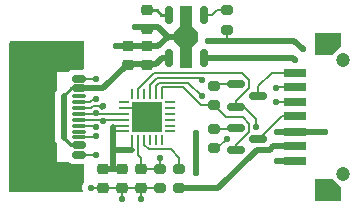
<source format=gbr>
%TF.GenerationSoftware,KiCad,Pcbnew,8.0.3-8.0.3-0~ubuntu24.04.1*%
%TF.CreationDate,2024-07-06T11:56:49-06:00*%
%TF.ProjectId,esp-prog,6573702d-7072-46f6-972e-6b696361645f,rev?*%
%TF.SameCoordinates,Original*%
%TF.FileFunction,Copper,L1,Top*%
%TF.FilePolarity,Positive*%
%FSLAX46Y46*%
G04 Gerber Fmt 4.6, Leading zero omitted, Abs format (unit mm)*
G04 Created by KiCad (PCBNEW 8.0.3-8.0.3-0~ubuntu24.04.1) date 2024-07-06 11:56:49*
%MOMM*%
%LPD*%
G01*
G04 APERTURE LIST*
G04 Aperture macros list*
%AMRoundRect*
0 Rectangle with rounded corners*
0 $1 Rounding radius*
0 $2 $3 $4 $5 $6 $7 $8 $9 X,Y pos of 4 corners*
0 Add a 4 corners polygon primitive as box body*
4,1,4,$2,$3,$4,$5,$6,$7,$8,$9,$2,$3,0*
0 Add four circle primitives for the rounded corners*
1,1,$1+$1,$2,$3*
1,1,$1+$1,$4,$5*
1,1,$1+$1,$6,$7*
1,1,$1+$1,$8,$9*
0 Add four rect primitives between the rounded corners*
20,1,$1+$1,$2,$3,$4,$5,0*
20,1,$1+$1,$4,$5,$6,$7,0*
20,1,$1+$1,$6,$7,$8,$9,0*
20,1,$1+$1,$8,$9,$2,$3,0*%
%AMOutline5P*
0 Free polygon, 5 corners , with rotation*
0 The origin of the aperture is its center*
0 number of corners: always 5*
0 $1 to $10 corner X, Y*
0 $11 Rotation angle, in degrees counterclockwise*
0 create outline with 5 corners*
4,1,5,$1,$2,$3,$4,$5,$6,$7,$8,$9,$10,$1,$2,$11*%
%AMOutline6P*
0 Free polygon, 6 corners , with rotation*
0 The origin of the aperture is its center*
0 number of corners: always 6*
0 $1 to $12 corner X, Y*
0 $13 Rotation angle, in degrees counterclockwise*
0 create outline with 6 corners*
4,1,6,$1,$2,$3,$4,$5,$6,$7,$8,$9,$10,$11,$12,$1,$2,$13*%
%AMOutline7P*
0 Free polygon, 7 corners , with rotation*
0 The origin of the aperture is its center*
0 number of corners: always 7*
0 $1 to $14 corner X, Y*
0 $15 Rotation angle, in degrees counterclockwise*
0 create outline with 7 corners*
4,1,7,$1,$2,$3,$4,$5,$6,$7,$8,$9,$10,$11,$12,$13,$14,$1,$2,$15*%
%AMOutline8P*
0 Free polygon, 8 corners , with rotation*
0 The origin of the aperture is its center*
0 number of corners: always 8*
0 $1 to $16 corner X, Y*
0 $17 Rotation angle, in degrees counterclockwise*
0 create outline with 8 corners*
4,1,8,$1,$2,$3,$4,$5,$6,$7,$8,$9,$10,$11,$12,$13,$14,$15,$16,$1,$2,$17*%
%AMFreePoly0*
4,1,13,0.900000,0.500000,2.600000,0.500000,2.600000,-0.500000,0.900000,-0.500000,0.400000,-1.000000,-0.400000,-1.000000,-0.900000,-0.500000,-2.600000,-0.500000,-2.600000,0.500000,-0.900000,0.500000,-0.400000,1.000000,0.400000,1.000000,0.900000,0.500000,0.900000,0.500000,$1*%
G04 Aperture macros list end*
%TA.AperFunction,ComponentPad*%
%ADD10C,1.200000*%
%TD*%
%TA.AperFunction,SMDPad,CuDef*%
%ADD11RoundRect,0.035000X0.865000X-0.315000X0.865000X0.315000X-0.865000X0.315000X-0.865000X-0.315000X0*%
%TD*%
%TA.AperFunction,SMDPad,CuDef*%
%ADD12Outline5P,-0.900000X1.100000X0.900000X1.100000X0.900000X-0.380000X0.180000X-1.100000X-0.900000X-1.100000X90.000000*%
%TD*%
%TA.AperFunction,SMDPad,CuDef*%
%ADD13Outline5P,-0.900000X1.100000X0.900000X1.100000X0.900000X-1.100000X-0.180000X-1.100000X-0.900000X-0.380000X90.000000*%
%TD*%
%TA.AperFunction,SMDPad,CuDef*%
%ADD14RoundRect,0.062500X-0.350000X-0.062500X0.350000X-0.062500X0.350000X0.062500X-0.350000X0.062500X0*%
%TD*%
%TA.AperFunction,SMDPad,CuDef*%
%ADD15RoundRect,0.062500X-0.062500X-0.350000X0.062500X-0.350000X0.062500X0.350000X-0.062500X0.350000X0*%
%TD*%
%TA.AperFunction,HeatsinkPad*%
%ADD16R,2.600000X2.600000*%
%TD*%
%TA.AperFunction,SMDPad,CuDef*%
%ADD17RoundRect,0.225000X-0.250000X0.225000X-0.250000X-0.225000X0.250000X-0.225000X0.250000X0.225000X0*%
%TD*%
%TA.AperFunction,SMDPad,CuDef*%
%ADD18RoundRect,0.200000X0.275000X-0.200000X0.275000X0.200000X-0.275000X0.200000X-0.275000X-0.200000X0*%
%TD*%
%TA.AperFunction,SMDPad,CuDef*%
%ADD19RoundRect,0.225000X0.250000X-0.225000X0.250000X0.225000X-0.250000X0.225000X-0.250000X-0.225000X0*%
%TD*%
%TA.AperFunction,SMDPad,CuDef*%
%ADD20RoundRect,0.150000X-0.587500X-0.150000X0.587500X-0.150000X0.587500X0.150000X-0.587500X0.150000X0*%
%TD*%
%TA.AperFunction,SMDPad,CuDef*%
%ADD21RoundRect,0.200000X-0.275000X0.200000X-0.275000X-0.200000X0.275000X-0.200000X0.275000X0.200000X0*%
%TD*%
%TA.AperFunction,SMDPad,CuDef*%
%ADD22RoundRect,0.175000X-0.175000X0.575000X-0.175000X-0.575000X0.175000X-0.575000X0.175000X0.575000X0*%
%TD*%
%TA.AperFunction,SMDPad,CuDef*%
%ADD23FreePoly0,270.000000*%
%TD*%
%TA.AperFunction,SMDPad,CuDef*%
%ADD24RoundRect,0.150000X-0.425000X0.150000X-0.425000X-0.150000X0.425000X-0.150000X0.425000X0.150000X0*%
%TD*%
%TA.AperFunction,SMDPad,CuDef*%
%ADD25RoundRect,0.075000X-0.500000X0.075000X-0.500000X-0.075000X0.500000X-0.075000X0.500000X0.075000X0*%
%TD*%
%TA.AperFunction,SMDPad,CuDef*%
%ADD26RoundRect,0.250000X-0.750000X0.840000X-0.750000X-0.840000X0.750000X-0.840000X0.750000X0.840000X0*%
%TD*%
%TA.AperFunction,ViaPad*%
%ADD27C,0.550000*%
%TD*%
%TA.AperFunction,Conductor*%
%ADD28C,0.508000*%
%TD*%
%TA.AperFunction,Conductor*%
%ADD29C,0.127000*%
%TD*%
%TA.AperFunction,Conductor*%
%ADD30C,0.254000*%
%TD*%
G04 APERTURE END LIST*
D10*
%TO.P,J1,*%
%TO.N,*%
X48750000Y-34800000D03*
X48750000Y-25200000D03*
D11*
%TO.P,J1,1,Pin_1*%
%TO.N,+5v0*%
X44650000Y-33750000D03*
%TO.P,J1,2,Pin_2*%
%TO.N,+3v3*%
X44650000Y-32500000D03*
%TO.P,J1,3,Pin_3*%
%TO.N,GND*%
X44650000Y-31250000D03*
%TO.P,J1,4,Pin_4*%
%TO.N,/ESP_EN*%
X44650000Y-29950000D03*
%TO.P,J1,5,Pin_5*%
%TO.N,/ESP_TXD*%
X44650000Y-28750000D03*
%TO.P,J1,6,Pin_6*%
%TO.N,/ESP_RXD*%
X44650000Y-27500000D03*
%TO.P,J1,7,Pin_7*%
%TO.N,/ESP_GPIO9*%
X44650000Y-26250000D03*
D12*
%TO.P,J1,M,Mech*%
%TO.N,GND*%
X47450000Y-36200000D03*
D13*
X47450000Y-23800000D03*
%TD*%
D14*
%TO.P,U1,1,~{RI}/CLK*%
%TO.N,unconnected-(U1-~{RI}{slash}CLK-Pad1)*%
X30212500Y-28737500D03*
%TO.P,U1,2,GND*%
%TO.N,GND*%
X30212500Y-29237500D03*
%TO.P,U1,3,D+*%
%TO.N,Net-(U1-D+)*%
X30212500Y-29737500D03*
%TO.P,U1,4,D-*%
%TO.N,Net-(U1-D-)*%
X30212500Y-30237500D03*
%TO.P,U1,5,VIO*%
%TO.N,+3v3*%
X30212500Y-30737500D03*
%TO.P,U1,6,VDD*%
X30212500Y-31237500D03*
D15*
%TO.P,U1,7,VREGIN*%
X30900000Y-31925000D03*
%TO.P,U1,8,VBUS*%
%TO.N,Net-(U1-VBUS)*%
X31400000Y-31925000D03*
%TO.P,U1,9,~{RST}*%
%TO.N,Net-(U1-~{RST})*%
X31900000Y-31925000D03*
%TO.P,U1,10,NC*%
%TO.N,unconnected-(U1-NC-Pad10)*%
X32400000Y-31925000D03*
%TO.P,U1,11,~{WAKEUP}/GPIO.3*%
%TO.N,unconnected-(U1-~{WAKEUP}{slash}GPIO.3-Pad11)*%
X32900000Y-31925000D03*
%TO.P,U1,12,RS485/GPIO.2*%
%TO.N,unconnected-(U1-RS485{slash}GPIO.2-Pad12)*%
X33400000Y-31925000D03*
D14*
%TO.P,U1,13,~{RXT}/GPIO.1*%
%TO.N,unconnected-(U1-~{RXT}{slash}GPIO.1-Pad13)*%
X34087500Y-31237500D03*
%TO.P,U1,14,~{TXT}/GPIO.0*%
%TO.N,unconnected-(U1-~{TXT}{slash}GPIO.0-Pad14)*%
X34087500Y-30737500D03*
%TO.P,U1,15,~{SUSPEND}*%
%TO.N,unconnected-(U1-~{SUSPEND}-Pad15)*%
X34087500Y-30237500D03*
%TO.P,U1,16,NC*%
%TO.N,unconnected-(U1-NC-Pad16)*%
X34087500Y-29737500D03*
%TO.P,U1,17,SUSPEND*%
%TO.N,unconnected-(U1-SUSPEND-Pad17)*%
X34087500Y-29237500D03*
%TO.P,U1,18,~{CTS}*%
%TO.N,unconnected-(U1-~{CTS}-Pad18)*%
X34087500Y-28737500D03*
D15*
%TO.P,U1,19,~{RTS}*%
%TO.N,/RTS*%
X33400000Y-28050000D03*
%TO.P,U1,20,RXD*%
%TO.N,/ESP_TXD*%
X32900000Y-28050000D03*
%TO.P,U1,21,TXD*%
%TO.N,/ESP_RXD*%
X32400000Y-28050000D03*
%TO.P,U1,22,~{DSR}*%
%TO.N,unconnected-(U1-~{DSR}-Pad22)*%
X31900000Y-28050000D03*
%TO.P,U1,23,~{DTR}*%
%TO.N,/DTR*%
X31400000Y-28050000D03*
%TO.P,U1,24,~{DCD}*%
%TO.N,unconnected-(U1-~{DCD}-Pad24)*%
X30900000Y-28050000D03*
D16*
%TO.P,U1,25,GND*%
%TO.N,GND*%
X32150000Y-29987500D03*
%TD*%
D17*
%TO.P,C3,1*%
%TO.N,+3v3*%
X28450000Y-34450000D03*
%TO.P,C3,2*%
%TO.N,GND*%
X28450000Y-36000000D03*
%TD*%
%TO.P,C6,1*%
%TO.N,Net-(U2-SSC)*%
X32150000Y-20975000D03*
%TO.P,C6,2*%
%TO.N,GND*%
X32150000Y-22525000D03*
%TD*%
D18*
%TO.P,R7,1*%
%TO.N,+3v3*%
X34850000Y-36050000D03*
%TO.P,R7,2*%
%TO.N,Net-(U1-~{RST})*%
X34850000Y-34400000D03*
%TD*%
D19*
%TO.P,C8,1*%
%TO.N,+5v0*%
X30550000Y-25575000D03*
%TO.P,C8,2*%
%TO.N,GND*%
X30550000Y-24025000D03*
%TD*%
D20*
%TO.P,Q3,1,B*%
%TO.N,Net-(Q3-B)*%
X39712500Y-27250000D03*
%TO.P,Q3,2,E*%
%TO.N,/DTR*%
X39712500Y-29150000D03*
%TO.P,Q3,3,C*%
%TO.N,/ESP_GPIO9*%
X41587500Y-28200000D03*
%TD*%
D21*
%TO.P,R3,1*%
%TO.N,Net-(Q3-B)*%
X37800000Y-27375000D03*
%TO.P,R3,2*%
%TO.N,/RTS*%
X37800000Y-29025000D03*
%TD*%
%TO.P,R2,1*%
%TO.N,Net-(Q2-B)*%
X37850000Y-31025000D03*
%TO.P,R2,2*%
%TO.N,/DTR*%
X37850000Y-32675000D03*
%TD*%
D22*
%TO.P,U2,1,EN*%
%TO.N,Net-(U2-EN)*%
X37000000Y-21350000D03*
D23*
%TO.P,U2,2,GND*%
%TO.N,GND*%
X35500000Y-23200000D03*
D22*
%TO.P,U2,3,SSC*%
%TO.N,Net-(U2-SSC)*%
X34000000Y-21350000D03*
%TO.P,U2,4,Vin*%
%TO.N,+5v0*%
X34000000Y-25050000D03*
%TO.P,U2,5,Vout*%
%TO.N,+3v3*%
X37000000Y-25050000D03*
%TD*%
D19*
%TO.P,C7,1*%
%TO.N,+5v0*%
X32150000Y-25575000D03*
%TO.P,C7,2*%
%TO.N,GND*%
X32150000Y-24025000D03*
%TD*%
D17*
%TO.P,C2,1*%
%TO.N,+3v3*%
X30050000Y-34450000D03*
%TO.P,C2,2*%
%TO.N,GND*%
X30050000Y-36000000D03*
%TD*%
D21*
%TO.P,R6,1*%
%TO.N,Net-(U1-VBUS)*%
X33250000Y-34400000D03*
%TO.P,R6,2*%
%TO.N,GND*%
X33250000Y-36050000D03*
%TD*%
D20*
%TO.P,Q2,1,B*%
%TO.N,Net-(Q2-B)*%
X39700000Y-30912500D03*
%TO.P,Q2,2,E*%
%TO.N,/RTS*%
X39700000Y-32812500D03*
%TO.P,Q2,3,C*%
%TO.N,/ESP_EN*%
X41575000Y-31862500D03*
%TD*%
D24*
%TO.P,J2,A1,GND*%
%TO.N,GND*%
X26405000Y-26800000D03*
%TO.P,J2,A4,VBUS*%
%TO.N,+5v0*%
X26405000Y-27600000D03*
D25*
%TO.P,J2,A5,CC1*%
%TO.N,Net-(J2-CC1)*%
X26405000Y-28750000D03*
%TO.P,J2,A6,D+*%
%TO.N,Net-(U1-D+)*%
X26405000Y-29750000D03*
%TO.P,J2,A7,D-*%
%TO.N,Net-(U1-D-)*%
X26405000Y-30250000D03*
%TO.P,J2,A8,SBU1*%
%TO.N,unconnected-(J2-SBU1-PadA8)*%
X26405000Y-31250000D03*
D24*
%TO.P,J2,A9,VBUS*%
%TO.N,+5v0*%
X26405000Y-32400000D03*
%TO.P,J2,A12,GND*%
%TO.N,GND*%
X26405000Y-33200000D03*
%TO.P,J2,B1,GND*%
X26405000Y-33200000D03*
%TO.P,J2,B4,VBUS*%
%TO.N,+5v0*%
X26405000Y-32400000D03*
D25*
%TO.P,J2,B5,CC2*%
%TO.N,Net-(J2-CC2)*%
X26405000Y-31750000D03*
%TO.P,J2,B6,D+*%
%TO.N,Net-(U1-D+)*%
X26405000Y-30750000D03*
%TO.P,J2,B7,D-*%
%TO.N,Net-(U1-D-)*%
X26405000Y-29250000D03*
%TO.P,J2,B8,SBU2*%
%TO.N,unconnected-(J2-SBU2-PadB8)*%
X26405000Y-28250000D03*
D24*
%TO.P,J2,B9,VBUS*%
%TO.N,+5v0*%
X26405000Y-27600000D03*
%TO.P,J2,B12,GND*%
%TO.N,GND*%
X26405000Y-26800000D03*
D26*
%TO.P,J2,S1,SHIELD*%
%TO.N,/J1_shield*%
X25630000Y-24890000D03*
X21700000Y-24890000D03*
X25630000Y-35110000D03*
X21700000Y-35110000D03*
%TD*%
D18*
%TO.P,R8,1*%
%TO.N,+5v0*%
X38950000Y-22625000D03*
%TO.P,R8,2*%
%TO.N,Net-(U2-EN)*%
X38950000Y-20975000D03*
%TD*%
D17*
%TO.P,C1,1*%
%TO.N,Net-(U1-VBUS)*%
X31650000Y-34450000D03*
%TO.P,C1,2*%
%TO.N,GND*%
X31650000Y-36000000D03*
%TD*%
D27*
%TO.N,GND*%
X27800000Y-26800000D03*
X31150000Y-22400000D03*
X32150000Y-30950000D03*
X30050000Y-36975000D03*
X35500000Y-23200000D03*
X32150000Y-29000000D03*
X27850000Y-33250009D03*
X43200000Y-31250000D03*
X35500000Y-25450000D03*
X36300000Y-34750000D03*
X31650000Y-36975000D03*
X47450000Y-36200000D03*
X36300000Y-31350000D03*
X31150000Y-30000000D03*
X47200000Y-31250000D03*
X47500000Y-23750000D03*
X35500000Y-20950000D03*
X32150000Y-29987500D03*
X33150000Y-30000000D03*
X27450000Y-36025000D03*
X29550000Y-24000000D03*
%TO.N,/DTR*%
X38900000Y-31900000D03*
X41400000Y-30850000D03*
%TO.N,+5v0*%
X45350000Y-24300000D03*
X43200000Y-33750000D03*
X37350000Y-23550000D03*
X34000000Y-25050000D03*
%TO.N,Net-(U1-VBUS)*%
X33250000Y-33500000D03*
%TO.N,Net-(J2-CC2)*%
X27850000Y-31650003D03*
%TO.N,Net-(J2-CC1)*%
X27822891Y-28450000D03*
%TO.N,+3v3*%
X44650000Y-25150000D03*
X43200000Y-32500000D03*
X35850000Y-36050000D03*
X29250000Y-33600000D03*
%TO.N,/ESP_RXD*%
X36800000Y-26900000D03*
X43100000Y-27550000D03*
%TO.N,Net-(U1-D-)*%
X28441954Y-29111860D03*
X28474500Y-30350000D03*
%TO.N,/ESP_TXD*%
X43100000Y-28750000D03*
X36799265Y-28250735D03*
%TO.N,Net-(U1-D+)*%
X27850000Y-30850000D03*
X27850000Y-29650000D03*
%TD*%
D28*
%TO.N,GND*%
X32150000Y-22425000D02*
X31175000Y-22425000D01*
D29*
X31650000Y-36000000D02*
X31650000Y-36975000D01*
D28*
X36300000Y-34750000D02*
X36300000Y-31350000D01*
X30550000Y-23975000D02*
X33125000Y-23975000D01*
D29*
X30212500Y-29237500D02*
X31400000Y-29237500D01*
D28*
X30550000Y-23975000D02*
X29575000Y-23975000D01*
D29*
X26652500Y-26800000D02*
X27800000Y-26800000D01*
X28500000Y-36050000D02*
X28450000Y-36000000D01*
D28*
X33125000Y-23975000D02*
X33900000Y-23200000D01*
X33125000Y-22425000D02*
X33900000Y-23200000D01*
D29*
X31175000Y-22425000D02*
X31150000Y-22400000D01*
X28450000Y-36000000D02*
X27475000Y-36000000D01*
D28*
X44650000Y-31250000D02*
X43200000Y-31250000D01*
D29*
X27799991Y-33200000D02*
X27850000Y-33250009D01*
D28*
X44650000Y-31250000D02*
X47200000Y-31250000D01*
D29*
X26652500Y-33200000D02*
X27799991Y-33200000D01*
D28*
X33900000Y-23200000D02*
X35500000Y-23200000D01*
D29*
X30050000Y-36000000D02*
X30050000Y-36975000D01*
X33250000Y-36050000D02*
X28500000Y-36050000D01*
X29575000Y-23975000D02*
X29550000Y-24000000D01*
D28*
X32150000Y-22425000D02*
X33125000Y-22425000D01*
D29*
X27475000Y-36000000D02*
X27450000Y-36025000D01*
X31400000Y-29237500D02*
X32150000Y-29987500D01*
%TO.N,Net-(Q2-B)*%
X39587500Y-31025000D02*
X39700000Y-30912500D01*
X37850000Y-31025000D02*
X39587500Y-31025000D01*
%TO.N,/ESP_EN*%
X41637500Y-31862500D02*
X41575000Y-31862500D01*
X43550000Y-29950000D02*
X41637500Y-31862500D01*
X44650000Y-29950000D02*
X43550000Y-29950000D01*
%TO.N,/RTS*%
X39700000Y-32345276D02*
X39700000Y-32812500D01*
X40250000Y-30050000D02*
X40800000Y-30600000D01*
X33400000Y-27550000D02*
X33450000Y-27500000D01*
X37800000Y-29025000D02*
X38825000Y-30050000D01*
X38825000Y-30050000D02*
X40250000Y-30050000D01*
X36725000Y-29025000D02*
X37800000Y-29025000D01*
X33450000Y-27500000D02*
X35200000Y-27500000D01*
X40800000Y-30600000D02*
X40800000Y-31245276D01*
X40800000Y-31245276D02*
X39700000Y-32345276D01*
X33400000Y-28050000D02*
X33400000Y-27550000D01*
X35200000Y-27500000D02*
X36725000Y-29025000D01*
%TO.N,Net-(Q3-B)*%
X39712500Y-27250000D02*
X37925000Y-27250000D01*
X37925000Y-27250000D02*
X37800000Y-27375000D01*
%TO.N,/DTR*%
X31400000Y-28050000D02*
X31400000Y-27623114D01*
X40400000Y-29150000D02*
X39712500Y-29150000D01*
X41400000Y-30150000D02*
X40400000Y-29150000D01*
X37850000Y-32675000D02*
X38125000Y-32675000D01*
X32723114Y-26300000D02*
X40200000Y-26300000D01*
X39700000Y-28640552D02*
X39700000Y-29137500D01*
X40200000Y-26300000D02*
X40800000Y-26900000D01*
X41400000Y-30850000D02*
X41400000Y-30150000D01*
X39700000Y-29137500D02*
X39712500Y-29150000D01*
X31400000Y-27623114D02*
X32723114Y-26300000D01*
X40800000Y-26900000D02*
X40800000Y-27540552D01*
X38125000Y-32675000D02*
X38900000Y-31900000D01*
X40800000Y-27540552D02*
X39700000Y-28640552D01*
%TO.N,/ESP_GPIO9*%
X44650000Y-26250000D02*
X42750000Y-26250000D01*
X42750000Y-26250000D02*
X41587500Y-27412500D01*
X41587500Y-27412500D02*
X41587500Y-28200000D01*
D28*
%TO.N,+5v0*%
X33400000Y-25050000D02*
X34000000Y-25050000D01*
X44600000Y-23550000D02*
X45350000Y-24300000D01*
X44650000Y-33750000D02*
X43200000Y-33750000D01*
X25100000Y-28200000D02*
X25100000Y-31800000D01*
D30*
X25700000Y-27600000D02*
X25100000Y-28200000D01*
X25100000Y-31800000D02*
X25700000Y-32400000D01*
D28*
X38950000Y-23550000D02*
X44600000Y-23550000D01*
D29*
X38950000Y-22625000D02*
X38950000Y-23550000D01*
D30*
X25700000Y-32400000D02*
X26405000Y-32400000D01*
D28*
X30550000Y-25525000D02*
X32925000Y-25525000D01*
D30*
X26405000Y-27600000D02*
X25700000Y-27600000D01*
D28*
X28475000Y-27600000D02*
X30550000Y-25525000D01*
X32925000Y-25525000D02*
X33400000Y-25050000D01*
X37350000Y-23550000D02*
X38950000Y-23550000D01*
X26652500Y-27600000D02*
X28475000Y-27600000D01*
D29*
%TO.N,Net-(U1-VBUS)*%
X31400000Y-31925000D02*
X31400000Y-33250000D01*
X33250000Y-34400000D02*
X33250000Y-33500000D01*
X31700000Y-34400000D02*
X31650000Y-34450000D01*
X31400000Y-33250000D02*
X31650000Y-33500000D01*
X33250000Y-34400000D02*
X31700000Y-34400000D01*
X31650000Y-33500000D02*
X31650000Y-34450000D01*
%TO.N,Net-(J2-CC2)*%
X26652500Y-31750000D02*
X27750003Y-31750000D01*
X27750003Y-31750000D02*
X27850000Y-31650003D01*
%TO.N,Net-(J2-CC1)*%
X26652500Y-28750000D02*
X27335785Y-28750000D01*
X27635785Y-28450000D02*
X27822891Y-28450000D01*
X27335785Y-28750000D02*
X27635785Y-28450000D01*
%TO.N,Net-(U1-~{RST})*%
X34850000Y-33450000D02*
X34150000Y-32750000D01*
X32298114Y-32750000D02*
X31900000Y-32351886D01*
X34850000Y-34075000D02*
X34850000Y-33450000D01*
X34150000Y-32750000D02*
X32298114Y-32750000D01*
X31900000Y-32351886D02*
X31900000Y-31925000D01*
D28*
%TO.N,+3v3*%
X29350000Y-32850000D02*
X29250000Y-32750000D01*
X44550000Y-25050000D02*
X37000000Y-25050000D01*
X34850000Y-36050000D02*
X38200000Y-36050000D01*
D29*
X30212500Y-30737500D02*
X29362500Y-30737500D01*
D28*
X29250000Y-30850000D02*
X29250000Y-32750000D01*
X29250000Y-32750000D02*
X29250000Y-34400000D01*
X43200000Y-32500000D02*
X43550000Y-32500000D01*
X43550000Y-32500000D02*
X44650000Y-32500000D01*
X30900000Y-32850000D02*
X29350000Y-32850000D01*
X44650000Y-25150000D02*
X44550000Y-25050000D01*
X29300000Y-34450000D02*
X30050000Y-34450000D01*
X28450000Y-34450000D02*
X29300000Y-34450000D01*
X41450000Y-32800000D02*
X42550000Y-32800000D01*
X29250000Y-34400000D02*
X29300000Y-34450000D01*
X42550000Y-32800000D02*
X42850000Y-32500000D01*
D29*
X29250000Y-31237500D02*
X30212500Y-31237500D01*
X30900000Y-32850000D02*
X30900000Y-31925000D01*
D28*
X42850000Y-32500000D02*
X43200000Y-32500000D01*
X38200000Y-36050000D02*
X41450000Y-32800000D01*
D29*
%TO.N,/ESP_RXD*%
X36600000Y-26700000D02*
X33000000Y-26700000D01*
X43150000Y-27500000D02*
X43100000Y-27550000D01*
X36800000Y-26900000D02*
X36600000Y-26700000D01*
X33000000Y-26700000D02*
X32400000Y-27300000D01*
X44650000Y-27500000D02*
X43150000Y-27500000D01*
X32400000Y-27300000D02*
X32400000Y-28050000D01*
%TO.N,Net-(U1-D-)*%
X28098529Y-29050000D02*
X28374265Y-29325736D01*
X28100000Y-30250000D02*
X30200000Y-30250000D01*
X28374265Y-29325736D02*
X28441954Y-29258047D01*
X28441954Y-29258047D02*
X28441954Y-29111860D01*
X27601471Y-29050000D02*
X28098529Y-29050000D01*
X27401471Y-29250000D02*
X27601471Y-29050000D01*
X26652500Y-30250000D02*
X28100000Y-30250000D01*
X28374500Y-30250000D02*
X28474500Y-30350000D01*
X28100000Y-30250000D02*
X28374500Y-30250000D01*
X30200000Y-30250000D02*
X30212500Y-30237500D01*
X26652500Y-29250000D02*
X27401471Y-29250000D01*
%TO.N,/ESP_TXD*%
X35648530Y-27100000D02*
X33200000Y-27100000D01*
X32900000Y-27400000D02*
X32900000Y-28050000D01*
X44650000Y-28750000D02*
X43100000Y-28750000D01*
X36799265Y-28250735D02*
X35648530Y-27100000D01*
X33200000Y-27100000D02*
X32900000Y-27400000D01*
%TO.N,Net-(U1-D+)*%
X27400000Y-29750000D02*
X27750000Y-29750000D01*
X26652500Y-29750000D02*
X27400000Y-29750000D01*
X27400000Y-29750000D02*
X30200000Y-29750000D01*
X26652500Y-30750000D02*
X27750000Y-30750000D01*
X27750000Y-30750000D02*
X27850000Y-30850000D01*
X27750000Y-29750000D02*
X27850000Y-29650000D01*
X30200000Y-29750000D02*
X30212500Y-29737500D01*
D30*
%TO.N,Net-(U2-SSC)*%
X33350000Y-21350000D02*
X34000000Y-21350000D01*
X32250000Y-20975000D02*
X32975000Y-20975000D01*
X32975000Y-20975000D02*
X33350000Y-21350000D01*
D29*
%TO.N,Net-(U2-EN)*%
X38075000Y-20975000D02*
X37700000Y-21350000D01*
X37700000Y-21350000D02*
X37000000Y-21350000D01*
X38950000Y-20975000D02*
X38075000Y-20975000D01*
%TD*%
%TA.AperFunction,Conductor*%
%TO.N,/J1_shield*%
G36*
X26793039Y-23619685D02*
G01*
X26838794Y-23672489D01*
X26850000Y-23724000D01*
X26850000Y-25875500D01*
X26830315Y-25942539D01*
X26777511Y-25988294D01*
X26726000Y-25999500D01*
X25914298Y-25999500D01*
X25877432Y-26002401D01*
X25877426Y-26002402D01*
X25719606Y-26048254D01*
X25719603Y-26048255D01*
X25578137Y-26131917D01*
X25578129Y-26131923D01*
X25546374Y-26163680D01*
X25485052Y-26197166D01*
X25458692Y-26200000D01*
X24550000Y-26200000D01*
X24550000Y-27631612D01*
X24530315Y-27698651D01*
X24517737Y-27714259D01*
X24517810Y-27714319D01*
X24513939Y-27719035D01*
X24431371Y-27842608D01*
X24374495Y-27979919D01*
X24374493Y-27979927D01*
X24345500Y-28125683D01*
X24345500Y-31874316D01*
X24374493Y-32020072D01*
X24374495Y-32020080D01*
X24431371Y-32157391D01*
X24513939Y-32280964D01*
X24517810Y-32285681D01*
X24516831Y-32286483D01*
X24547163Y-32342014D01*
X24550000Y-32368387D01*
X24550000Y-33800000D01*
X25458692Y-33800000D01*
X25525731Y-33819685D01*
X25546374Y-33836320D01*
X25578129Y-33868076D01*
X25578133Y-33868079D01*
X25578135Y-33868081D01*
X25719602Y-33951744D01*
X25761224Y-33963836D01*
X25877426Y-33997597D01*
X25877429Y-33997597D01*
X25877431Y-33997598D01*
X25914306Y-34000500D01*
X25914314Y-34000500D01*
X26726000Y-34000500D01*
X26793039Y-34020185D01*
X26838794Y-34072989D01*
X26850000Y-34124500D01*
X26850000Y-35486551D01*
X26830994Y-35552522D01*
X26746878Y-35686392D01*
X26689159Y-35851341D01*
X26689157Y-35851351D01*
X26669593Y-36024996D01*
X26669593Y-36025003D01*
X26689157Y-36198648D01*
X26689159Y-36198658D01*
X26701892Y-36235045D01*
X26705455Y-36304823D01*
X26670726Y-36365451D01*
X26608733Y-36397679D01*
X26584851Y-36400000D01*
X20624500Y-36400000D01*
X20557461Y-36380315D01*
X20511706Y-36327511D01*
X20500500Y-36276000D01*
X20500500Y-23724000D01*
X20520185Y-23656961D01*
X20572989Y-23611206D01*
X20624500Y-23600000D01*
X26726000Y-23600000D01*
X26793039Y-23619685D01*
G37*
%TD.AperFunction*%
%TD*%
M02*

</source>
